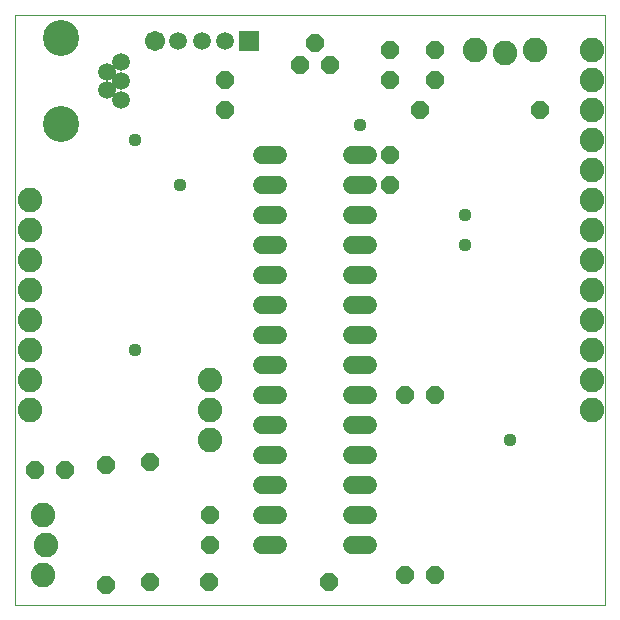
<source format=gts>
G75*
%MOIN*%
%OFA0B0*%
%FSLAX25Y25*%
%IPPOS*%
%LPD*%
%AMOC8*
5,1,8,0,0,1.08239X$1,22.5*
%
%ADD10C,0.00000*%
%ADD11OC8,0.06000*%
%ADD12C,0.08200*%
%ADD13C,0.05950*%
%ADD14C,0.12020*%
%ADD15C,0.06000*%
%ADD16C,0.06737*%
%ADD17R,0.06737X0.06737*%
%ADD18C,0.04369*%
D10*
X0001800Y0001800D02*
X0001800Y0198650D01*
X0198650Y0198650D01*
X0198650Y0001800D01*
X0001800Y0001800D01*
D11*
X0032063Y0008512D03*
X0046800Y0009435D03*
X0066537Y0009435D03*
X0066800Y0021800D03*
X0066800Y0031800D03*
X0046800Y0049435D03*
X0032063Y0048512D03*
X0018610Y0046800D03*
X0008610Y0046800D03*
X0106537Y0009435D03*
X0131800Y0011800D03*
X0141800Y0011800D03*
X0141800Y0071800D03*
X0131800Y0071800D03*
X0126800Y0141800D03*
X0126800Y0151800D03*
X0136800Y0166800D03*
X0141800Y0176800D03*
X0141800Y0186800D03*
X0126800Y0186800D03*
X0126800Y0176800D03*
X0106800Y0181800D03*
X0101800Y0189300D03*
X0096800Y0181800D03*
X0071800Y0176800D03*
X0071800Y0166800D03*
X0176800Y0166800D03*
D12*
X0194320Y0166839D03*
X0194320Y0156839D03*
X0194320Y0146839D03*
X0194300Y0136800D03*
X0194300Y0126800D03*
X0194300Y0116800D03*
X0194300Y0106800D03*
X0194300Y0096800D03*
X0194300Y0086800D03*
X0194300Y0076800D03*
X0194300Y0066800D03*
X0194320Y0176839D03*
X0194320Y0186839D03*
X0175302Y0187000D03*
X0165302Y0186000D03*
X0155302Y0187000D03*
X0066800Y0076800D03*
X0066800Y0066800D03*
X0066800Y0056800D03*
X0012300Y0021800D03*
X0011300Y0011800D03*
X0011300Y0031800D03*
X0006800Y0066800D03*
X0006800Y0076800D03*
X0006800Y0086800D03*
X0006800Y0096800D03*
X0006800Y0106800D03*
X0006800Y0116800D03*
X0006800Y0126800D03*
X0006800Y0136800D03*
D13*
X0037145Y0170235D03*
X0032420Y0173384D03*
X0037145Y0176534D03*
X0032420Y0179683D03*
X0037145Y0182833D03*
X0056268Y0189937D03*
X0064142Y0189937D03*
X0072016Y0189937D03*
D14*
X0017066Y0190904D03*
X0017066Y0162164D03*
D15*
X0084200Y0151800D02*
X0089400Y0151800D01*
X0089400Y0141800D02*
X0084200Y0141800D01*
X0084200Y0131800D02*
X0089400Y0131800D01*
X0089400Y0121800D02*
X0084200Y0121800D01*
X0084200Y0111800D02*
X0089400Y0111800D01*
X0089400Y0101800D02*
X0084200Y0101800D01*
X0084200Y0091800D02*
X0089400Y0091800D01*
X0089400Y0081800D02*
X0084200Y0081800D01*
X0084200Y0071800D02*
X0089400Y0071800D01*
X0089400Y0061800D02*
X0084200Y0061800D01*
X0084200Y0051800D02*
X0089400Y0051800D01*
X0089400Y0041800D02*
X0084200Y0041800D01*
X0084200Y0031800D02*
X0089400Y0031800D01*
X0089400Y0021800D02*
X0084200Y0021800D01*
X0114200Y0021800D02*
X0119400Y0021800D01*
X0119400Y0031800D02*
X0114200Y0031800D01*
X0114200Y0041800D02*
X0119400Y0041800D01*
X0119400Y0051800D02*
X0114200Y0051800D01*
X0114200Y0061800D02*
X0119400Y0061800D01*
X0119400Y0071800D02*
X0114200Y0071800D01*
X0114200Y0081800D02*
X0119400Y0081800D01*
X0119400Y0091800D02*
X0114200Y0091800D01*
X0114200Y0101800D02*
X0119400Y0101800D01*
X0119400Y0111800D02*
X0114200Y0111800D01*
X0114200Y0121800D02*
X0119400Y0121800D01*
X0119400Y0131800D02*
X0114200Y0131800D01*
X0114200Y0141800D02*
X0119400Y0141800D01*
X0119400Y0151800D02*
X0114200Y0151800D01*
D16*
X0048394Y0189937D03*
D17*
X0079890Y0189937D03*
D18*
X0116800Y0161800D03*
X0151800Y0131800D03*
X0151800Y0121800D03*
X0166800Y0056800D03*
X0056800Y0141800D03*
X0041800Y0156800D03*
X0041800Y0086800D03*
M02*

</source>
